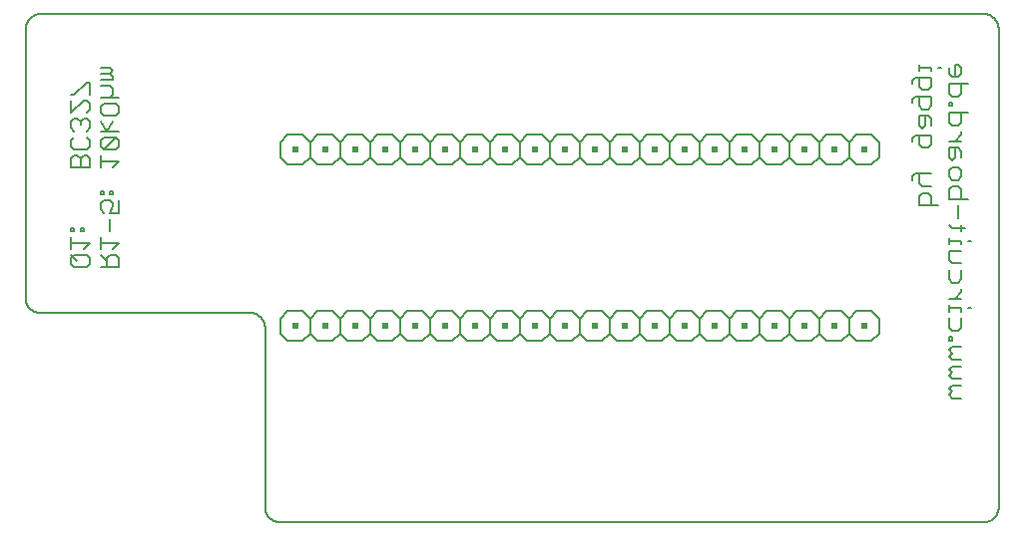
<source format=gbo>
G75*
%MOIN*%
%OFA0B0*%
%FSLAX25Y25*%
%IPPOS*%
%LPD*%
%AMOC8*
5,1,8,0,0,1.08239X$1,22.5*
%
%ADD10C,0.00796*%
%ADD11C,0.00500*%
%ADD12C,0.00600*%
%ADD13R,0.02000X0.02000*%
D10*
X0091300Y0006398D02*
X0091300Y0066398D01*
X0091298Y0066538D01*
X0091292Y0066678D01*
X0091282Y0066818D01*
X0091269Y0066958D01*
X0091251Y0067097D01*
X0091229Y0067236D01*
X0091204Y0067373D01*
X0091175Y0067511D01*
X0091142Y0067647D01*
X0091105Y0067782D01*
X0091064Y0067916D01*
X0091019Y0068049D01*
X0090971Y0068181D01*
X0090919Y0068311D01*
X0090864Y0068440D01*
X0090805Y0068567D01*
X0090742Y0068693D01*
X0090676Y0068817D01*
X0090607Y0068938D01*
X0090534Y0069058D01*
X0090457Y0069176D01*
X0090378Y0069291D01*
X0090295Y0069405D01*
X0090209Y0069515D01*
X0090120Y0069624D01*
X0090028Y0069730D01*
X0089933Y0069833D01*
X0089836Y0069934D01*
X0089735Y0070031D01*
X0089632Y0070126D01*
X0089526Y0070218D01*
X0089417Y0070307D01*
X0089307Y0070393D01*
X0089193Y0070476D01*
X0089078Y0070555D01*
X0088960Y0070632D01*
X0088840Y0070705D01*
X0088719Y0070774D01*
X0088595Y0070840D01*
X0088469Y0070903D01*
X0088342Y0070962D01*
X0088213Y0071017D01*
X0088083Y0071069D01*
X0087951Y0071117D01*
X0087818Y0071162D01*
X0087684Y0071203D01*
X0087549Y0071240D01*
X0087413Y0071273D01*
X0087275Y0071302D01*
X0087138Y0071327D01*
X0086999Y0071349D01*
X0086860Y0071367D01*
X0086720Y0071380D01*
X0086580Y0071390D01*
X0086440Y0071396D01*
X0086300Y0071398D01*
X0016300Y0071398D01*
X0016160Y0071400D01*
X0016020Y0071406D01*
X0015880Y0071416D01*
X0015740Y0071429D01*
X0015601Y0071447D01*
X0015462Y0071469D01*
X0015325Y0071494D01*
X0015187Y0071523D01*
X0015051Y0071556D01*
X0014916Y0071593D01*
X0014782Y0071634D01*
X0014649Y0071679D01*
X0014517Y0071727D01*
X0014387Y0071779D01*
X0014258Y0071834D01*
X0014131Y0071893D01*
X0014005Y0071956D01*
X0013881Y0072022D01*
X0013760Y0072091D01*
X0013640Y0072164D01*
X0013522Y0072241D01*
X0013407Y0072320D01*
X0013293Y0072403D01*
X0013183Y0072489D01*
X0013074Y0072578D01*
X0012968Y0072670D01*
X0012865Y0072765D01*
X0012764Y0072862D01*
X0012667Y0072963D01*
X0012572Y0073066D01*
X0012480Y0073172D01*
X0012391Y0073281D01*
X0012305Y0073391D01*
X0012222Y0073505D01*
X0012143Y0073620D01*
X0012066Y0073738D01*
X0011993Y0073858D01*
X0011924Y0073979D01*
X0011858Y0074103D01*
X0011795Y0074229D01*
X0011736Y0074356D01*
X0011681Y0074485D01*
X0011629Y0074615D01*
X0011581Y0074747D01*
X0011536Y0074880D01*
X0011495Y0075014D01*
X0011458Y0075149D01*
X0011425Y0075285D01*
X0011396Y0075423D01*
X0011371Y0075560D01*
X0011349Y0075699D01*
X0011331Y0075838D01*
X0011318Y0075978D01*
X0011308Y0076118D01*
X0011302Y0076258D01*
X0011300Y0076398D01*
X0011300Y0166398D01*
X0011302Y0166538D01*
X0011308Y0166678D01*
X0011318Y0166818D01*
X0011331Y0166958D01*
X0011349Y0167097D01*
X0011371Y0167236D01*
X0011396Y0167373D01*
X0011425Y0167511D01*
X0011458Y0167647D01*
X0011495Y0167782D01*
X0011536Y0167916D01*
X0011581Y0168049D01*
X0011629Y0168181D01*
X0011681Y0168311D01*
X0011736Y0168440D01*
X0011795Y0168567D01*
X0011858Y0168693D01*
X0011924Y0168817D01*
X0011993Y0168938D01*
X0012066Y0169058D01*
X0012143Y0169176D01*
X0012222Y0169291D01*
X0012305Y0169405D01*
X0012391Y0169515D01*
X0012480Y0169624D01*
X0012572Y0169730D01*
X0012667Y0169833D01*
X0012764Y0169934D01*
X0012865Y0170031D01*
X0012968Y0170126D01*
X0013074Y0170218D01*
X0013183Y0170307D01*
X0013293Y0170393D01*
X0013407Y0170476D01*
X0013522Y0170555D01*
X0013640Y0170632D01*
X0013760Y0170705D01*
X0013881Y0170774D01*
X0014005Y0170840D01*
X0014131Y0170903D01*
X0014258Y0170962D01*
X0014387Y0171017D01*
X0014517Y0171069D01*
X0014649Y0171117D01*
X0014782Y0171162D01*
X0014916Y0171203D01*
X0015051Y0171240D01*
X0015187Y0171273D01*
X0015325Y0171302D01*
X0015462Y0171327D01*
X0015601Y0171349D01*
X0015740Y0171367D01*
X0015880Y0171380D01*
X0016020Y0171390D01*
X0016160Y0171396D01*
X0016300Y0171398D01*
X0331300Y0171398D01*
X0331440Y0171396D01*
X0331580Y0171390D01*
X0331720Y0171380D01*
X0331860Y0171367D01*
X0331999Y0171349D01*
X0332138Y0171327D01*
X0332275Y0171302D01*
X0332413Y0171273D01*
X0332549Y0171240D01*
X0332684Y0171203D01*
X0332818Y0171162D01*
X0332951Y0171117D01*
X0333083Y0171069D01*
X0333213Y0171017D01*
X0333342Y0170962D01*
X0333469Y0170903D01*
X0333595Y0170840D01*
X0333719Y0170774D01*
X0333840Y0170705D01*
X0333960Y0170632D01*
X0334078Y0170555D01*
X0334193Y0170476D01*
X0334307Y0170393D01*
X0334417Y0170307D01*
X0334526Y0170218D01*
X0334632Y0170126D01*
X0334735Y0170031D01*
X0334836Y0169934D01*
X0334933Y0169833D01*
X0335028Y0169730D01*
X0335120Y0169624D01*
X0335209Y0169515D01*
X0335295Y0169405D01*
X0335378Y0169291D01*
X0335457Y0169176D01*
X0335534Y0169058D01*
X0335607Y0168938D01*
X0335676Y0168817D01*
X0335742Y0168693D01*
X0335805Y0168567D01*
X0335864Y0168440D01*
X0335919Y0168311D01*
X0335971Y0168181D01*
X0336019Y0168049D01*
X0336064Y0167916D01*
X0336105Y0167782D01*
X0336142Y0167647D01*
X0336175Y0167511D01*
X0336204Y0167373D01*
X0336229Y0167236D01*
X0336251Y0167097D01*
X0336269Y0166958D01*
X0336282Y0166818D01*
X0336292Y0166678D01*
X0336298Y0166538D01*
X0336300Y0166398D01*
X0336300Y0006398D01*
X0336298Y0006258D01*
X0336292Y0006118D01*
X0336282Y0005978D01*
X0336269Y0005838D01*
X0336251Y0005699D01*
X0336229Y0005560D01*
X0336204Y0005423D01*
X0336175Y0005285D01*
X0336142Y0005149D01*
X0336105Y0005014D01*
X0336064Y0004880D01*
X0336019Y0004747D01*
X0335971Y0004615D01*
X0335919Y0004485D01*
X0335864Y0004356D01*
X0335805Y0004229D01*
X0335742Y0004103D01*
X0335676Y0003979D01*
X0335607Y0003858D01*
X0335534Y0003738D01*
X0335457Y0003620D01*
X0335378Y0003505D01*
X0335295Y0003391D01*
X0335209Y0003281D01*
X0335120Y0003172D01*
X0335028Y0003066D01*
X0334933Y0002963D01*
X0334836Y0002862D01*
X0334735Y0002765D01*
X0334632Y0002670D01*
X0334526Y0002578D01*
X0334417Y0002489D01*
X0334307Y0002403D01*
X0334193Y0002320D01*
X0334078Y0002241D01*
X0333960Y0002164D01*
X0333840Y0002091D01*
X0333719Y0002022D01*
X0333595Y0001956D01*
X0333469Y0001893D01*
X0333342Y0001834D01*
X0333213Y0001779D01*
X0333083Y0001727D01*
X0332951Y0001679D01*
X0332818Y0001634D01*
X0332684Y0001593D01*
X0332549Y0001556D01*
X0332413Y0001523D01*
X0332275Y0001494D01*
X0332138Y0001469D01*
X0331999Y0001447D01*
X0331860Y0001429D01*
X0331720Y0001416D01*
X0331580Y0001406D01*
X0331440Y0001400D01*
X0331300Y0001398D01*
X0096300Y0001398D01*
X0096160Y0001400D01*
X0096020Y0001406D01*
X0095880Y0001416D01*
X0095740Y0001429D01*
X0095601Y0001447D01*
X0095462Y0001469D01*
X0095325Y0001494D01*
X0095187Y0001523D01*
X0095051Y0001556D01*
X0094916Y0001593D01*
X0094782Y0001634D01*
X0094649Y0001679D01*
X0094517Y0001727D01*
X0094387Y0001779D01*
X0094258Y0001834D01*
X0094131Y0001893D01*
X0094005Y0001956D01*
X0093881Y0002022D01*
X0093760Y0002091D01*
X0093640Y0002164D01*
X0093522Y0002241D01*
X0093407Y0002320D01*
X0093293Y0002403D01*
X0093183Y0002489D01*
X0093074Y0002578D01*
X0092968Y0002670D01*
X0092865Y0002765D01*
X0092764Y0002862D01*
X0092667Y0002963D01*
X0092572Y0003066D01*
X0092480Y0003172D01*
X0092391Y0003281D01*
X0092305Y0003391D01*
X0092222Y0003505D01*
X0092143Y0003620D01*
X0092066Y0003738D01*
X0091993Y0003858D01*
X0091924Y0003979D01*
X0091858Y0004103D01*
X0091795Y0004229D01*
X0091736Y0004356D01*
X0091681Y0004485D01*
X0091629Y0004615D01*
X0091581Y0004747D01*
X0091536Y0004880D01*
X0091495Y0005014D01*
X0091458Y0005149D01*
X0091425Y0005285D01*
X0091396Y0005423D01*
X0091371Y0005560D01*
X0091349Y0005699D01*
X0091331Y0005838D01*
X0091318Y0005978D01*
X0091308Y0006118D01*
X0091302Y0006258D01*
X0091300Y0006398D01*
D11*
X0042555Y0086648D02*
X0036450Y0086648D01*
X0038485Y0086648D02*
X0038485Y0089701D01*
X0039503Y0090718D01*
X0041538Y0090718D01*
X0042555Y0089701D01*
X0042555Y0086648D01*
X0038485Y0088683D02*
X0036450Y0090718D01*
X0036450Y0092725D02*
X0036450Y0096796D01*
X0039503Y0098803D02*
X0039503Y0102873D01*
X0039503Y0104880D02*
X0040520Y0106915D01*
X0040520Y0107932D01*
X0039503Y0108950D01*
X0037468Y0108950D01*
X0036450Y0107932D01*
X0036450Y0105897D01*
X0037468Y0104880D01*
X0039503Y0104880D02*
X0042555Y0104880D01*
X0042555Y0108950D01*
X0040520Y0110957D02*
X0039503Y0110957D01*
X0039503Y0111975D01*
X0040520Y0111975D01*
X0040520Y0110957D01*
X0037468Y0110957D02*
X0036450Y0110957D01*
X0036450Y0111975D01*
X0037468Y0111975D01*
X0037468Y0110957D01*
X0036450Y0120073D02*
X0036450Y0124143D01*
X0036450Y0122108D02*
X0042555Y0122108D01*
X0040520Y0120073D01*
X0032655Y0120073D02*
X0032655Y0123125D01*
X0031638Y0124143D01*
X0030620Y0124143D01*
X0029603Y0123125D01*
X0029603Y0120073D01*
X0032655Y0120073D02*
X0026550Y0120073D01*
X0026550Y0123125D01*
X0027568Y0124143D01*
X0028585Y0124143D01*
X0029603Y0123125D01*
X0031638Y0126150D02*
X0027568Y0126150D01*
X0026550Y0127167D01*
X0026550Y0129203D01*
X0027568Y0130220D01*
X0027568Y0132227D02*
X0026550Y0133245D01*
X0026550Y0135280D01*
X0027568Y0136297D01*
X0028585Y0136297D01*
X0029603Y0135280D01*
X0029603Y0134262D01*
X0029603Y0135280D02*
X0030620Y0136297D01*
X0031638Y0136297D01*
X0032655Y0135280D01*
X0032655Y0133245D01*
X0031638Y0132227D01*
X0031638Y0130220D02*
X0032655Y0129203D01*
X0032655Y0127167D01*
X0031638Y0126150D01*
X0036450Y0127167D02*
X0036450Y0129203D01*
X0037468Y0130220D01*
X0041538Y0130220D01*
X0037468Y0126150D01*
X0036450Y0127167D01*
X0037468Y0126150D02*
X0041538Y0126150D01*
X0042555Y0127167D01*
X0042555Y0129203D01*
X0041538Y0130220D01*
X0042555Y0132227D02*
X0036450Y0132227D01*
X0038485Y0132227D02*
X0040520Y0135280D01*
X0041538Y0137291D02*
X0037468Y0137291D01*
X0036450Y0138309D01*
X0036450Y0140344D01*
X0037468Y0141362D01*
X0041538Y0141362D01*
X0042555Y0140344D01*
X0042555Y0138309D01*
X0041538Y0137291D01*
X0036450Y0135280D02*
X0038485Y0132227D01*
X0031638Y0138304D02*
X0032655Y0139322D01*
X0032655Y0141357D01*
X0031638Y0142374D01*
X0030620Y0142374D01*
X0026550Y0138304D01*
X0026550Y0142374D01*
X0026550Y0144382D02*
X0027568Y0144382D01*
X0031638Y0148452D01*
X0032655Y0148452D01*
X0032655Y0144382D01*
X0036450Y0143369D02*
X0042555Y0143369D01*
X0040520Y0144386D02*
X0040520Y0146421D01*
X0039503Y0147439D01*
X0036450Y0147439D01*
X0036450Y0149446D02*
X0040520Y0149446D01*
X0040520Y0150463D01*
X0039503Y0151481D01*
X0040520Y0152498D01*
X0039503Y0153516D01*
X0036450Y0153516D01*
X0036450Y0151481D02*
X0039503Y0151481D01*
X0040520Y0144386D02*
X0039503Y0143369D01*
X0030620Y0099820D02*
X0029603Y0099820D01*
X0029603Y0098803D01*
X0030620Y0098803D01*
X0030620Y0099820D01*
X0027568Y0099820D02*
X0026550Y0099820D01*
X0026550Y0098803D01*
X0027568Y0098803D01*
X0027568Y0099820D01*
X0026550Y0096796D02*
X0026550Y0092725D01*
X0026550Y0090718D02*
X0028585Y0088683D01*
X0026550Y0087666D02*
X0027568Y0086648D01*
X0031638Y0086648D01*
X0032655Y0087666D01*
X0032655Y0089701D01*
X0031638Y0090718D01*
X0027568Y0090718D01*
X0026550Y0089701D01*
X0026550Y0087666D01*
X0030620Y0092725D02*
X0032655Y0094760D01*
X0026550Y0094760D01*
X0036450Y0094760D02*
X0042555Y0094760D01*
X0040520Y0092725D01*
D12*
X0096300Y0069398D02*
X0096300Y0064398D01*
X0098800Y0061898D01*
X0103800Y0061898D01*
X0106300Y0064398D01*
X0108800Y0061898D01*
X0113800Y0061898D01*
X0116300Y0064398D01*
X0116300Y0069398D01*
X0113800Y0071898D01*
X0108800Y0071898D01*
X0106300Y0069398D01*
X0106300Y0064398D01*
X0106300Y0069398D02*
X0103800Y0071898D01*
X0098800Y0071898D01*
X0096300Y0069398D01*
X0116300Y0069398D02*
X0118800Y0071898D01*
X0123800Y0071898D01*
X0126300Y0069398D01*
X0128800Y0071898D01*
X0133800Y0071898D01*
X0136300Y0069398D01*
X0138800Y0071898D01*
X0143800Y0071898D01*
X0146300Y0069398D01*
X0146300Y0064398D01*
X0143800Y0061898D01*
X0138800Y0061898D01*
X0136300Y0064398D01*
X0133800Y0061898D01*
X0128800Y0061898D01*
X0126300Y0064398D01*
X0123800Y0061898D01*
X0118800Y0061898D01*
X0116300Y0064398D01*
X0126300Y0064398D02*
X0126300Y0069398D01*
X0136300Y0069398D02*
X0136300Y0064398D01*
X0146300Y0064398D02*
X0148800Y0061898D01*
X0153800Y0061898D01*
X0156300Y0064398D01*
X0158800Y0061898D01*
X0163800Y0061898D01*
X0166300Y0064398D01*
X0168800Y0061898D01*
X0173800Y0061898D01*
X0176300Y0064398D01*
X0176300Y0069398D01*
X0173800Y0071898D01*
X0168800Y0071898D01*
X0166300Y0069398D01*
X0166300Y0064398D01*
X0166300Y0069398D02*
X0163800Y0071898D01*
X0158800Y0071898D01*
X0156300Y0069398D01*
X0156300Y0064398D01*
X0156300Y0069398D02*
X0153800Y0071898D01*
X0148800Y0071898D01*
X0146300Y0069398D01*
X0176300Y0069398D02*
X0178800Y0071898D01*
X0183800Y0071898D01*
X0186300Y0069398D01*
X0188800Y0071898D01*
X0193800Y0071898D01*
X0196300Y0069398D01*
X0198800Y0071898D01*
X0203800Y0071898D01*
X0206300Y0069398D01*
X0206300Y0064398D01*
X0203800Y0061898D01*
X0198800Y0061898D01*
X0196300Y0064398D01*
X0193800Y0061898D01*
X0188800Y0061898D01*
X0186300Y0064398D01*
X0183800Y0061898D01*
X0178800Y0061898D01*
X0176300Y0064398D01*
X0186300Y0064398D02*
X0186300Y0069398D01*
X0196300Y0069398D02*
X0196300Y0064398D01*
X0206300Y0064398D02*
X0208800Y0061898D01*
X0213800Y0061898D01*
X0216300Y0064398D01*
X0218800Y0061898D01*
X0223800Y0061898D01*
X0226300Y0064398D01*
X0228800Y0061898D01*
X0233800Y0061898D01*
X0236300Y0064398D01*
X0236300Y0069398D01*
X0233800Y0071898D01*
X0228800Y0071898D01*
X0226300Y0069398D01*
X0226300Y0064398D01*
X0236300Y0064398D02*
X0238800Y0061898D01*
X0243800Y0061898D01*
X0246300Y0064398D01*
X0248800Y0061898D01*
X0253800Y0061898D01*
X0256300Y0064398D01*
X0258800Y0061898D01*
X0263800Y0061898D01*
X0266300Y0064398D01*
X0266300Y0069398D01*
X0263800Y0071898D01*
X0258800Y0071898D01*
X0256300Y0069398D01*
X0256300Y0064398D01*
X0256300Y0069398D02*
X0253800Y0071898D01*
X0248800Y0071898D01*
X0246300Y0069398D01*
X0246300Y0064398D01*
X0246300Y0069398D02*
X0243800Y0071898D01*
X0238800Y0071898D01*
X0236300Y0069398D01*
X0226300Y0069398D02*
X0223800Y0071898D01*
X0218800Y0071898D01*
X0216300Y0069398D01*
X0216300Y0064398D01*
X0216300Y0069398D02*
X0213800Y0071898D01*
X0208800Y0071898D01*
X0206300Y0069398D01*
X0266300Y0069398D02*
X0268800Y0071898D01*
X0273800Y0071898D01*
X0276300Y0069398D01*
X0278800Y0071898D01*
X0283800Y0071898D01*
X0286300Y0069398D01*
X0288800Y0071898D01*
X0293800Y0071898D01*
X0296300Y0069398D01*
X0296300Y0064398D01*
X0293800Y0061898D01*
X0288800Y0061898D01*
X0286300Y0064398D01*
X0283800Y0061898D01*
X0278800Y0061898D01*
X0276300Y0064398D01*
X0273800Y0061898D01*
X0268800Y0061898D01*
X0266300Y0064398D01*
X0276300Y0064398D02*
X0276300Y0069398D01*
X0286300Y0069398D02*
X0286300Y0064398D01*
X0319600Y0063232D02*
X0319600Y0062164D01*
X0320668Y0062164D01*
X0320668Y0063232D01*
X0319600Y0063232D01*
X0320668Y0065387D02*
X0319600Y0066454D01*
X0319600Y0069657D01*
X0319600Y0071832D02*
X0319600Y0073967D01*
X0319600Y0072900D02*
X0323870Y0072900D01*
X0323870Y0071832D01*
X0323870Y0069657D02*
X0323870Y0066454D01*
X0322803Y0065387D01*
X0320668Y0065387D01*
X0320668Y0059989D02*
X0323870Y0059989D01*
X0320668Y0059989D02*
X0319600Y0058921D01*
X0320668Y0057854D01*
X0319600Y0056786D01*
X0320668Y0055719D01*
X0323870Y0055719D01*
X0323870Y0053543D02*
X0320668Y0053543D01*
X0319600Y0052476D01*
X0320668Y0051408D01*
X0319600Y0050341D01*
X0320668Y0049273D01*
X0323870Y0049273D01*
X0323870Y0047098D02*
X0320668Y0047098D01*
X0319600Y0046030D01*
X0320668Y0044963D01*
X0319600Y0043895D01*
X0320668Y0042828D01*
X0323870Y0042828D01*
X0326005Y0072900D02*
X0327073Y0072900D01*
X0323870Y0076129D02*
X0319600Y0076129D01*
X0321735Y0076129D02*
X0323870Y0078264D01*
X0323870Y0079332D01*
X0322803Y0081501D02*
X0320668Y0081501D01*
X0319600Y0082568D01*
X0319600Y0085771D01*
X0320668Y0087946D02*
X0319600Y0089014D01*
X0319600Y0092216D01*
X0323870Y0092216D01*
X0323870Y0094392D02*
X0323870Y0095459D01*
X0319600Y0095459D01*
X0319600Y0094392D02*
X0319600Y0096527D01*
X0320668Y0099756D02*
X0319600Y0100824D01*
X0320668Y0099756D02*
X0324938Y0099756D01*
X0323870Y0098689D02*
X0323870Y0100824D01*
X0322803Y0102986D02*
X0322803Y0107256D01*
X0323870Y0109431D02*
X0323870Y0112634D01*
X0322803Y0113701D01*
X0320668Y0113701D01*
X0319600Y0112634D01*
X0319600Y0109431D01*
X0326005Y0109431D01*
X0316005Y0107283D02*
X0309600Y0107283D01*
X0309600Y0110485D01*
X0310668Y0111553D01*
X0312803Y0111553D01*
X0313870Y0110485D01*
X0313870Y0107283D01*
X0313870Y0113728D02*
X0310668Y0113728D01*
X0309600Y0114796D01*
X0309600Y0117998D01*
X0308532Y0117998D02*
X0307465Y0116931D01*
X0307465Y0115863D01*
X0308532Y0117998D02*
X0313870Y0117998D01*
X0319600Y0116944D02*
X0320668Y0115877D01*
X0322803Y0115877D01*
X0323870Y0116944D01*
X0323870Y0119079D01*
X0322803Y0120147D01*
X0320668Y0120147D01*
X0319600Y0119079D01*
X0319600Y0116944D01*
X0320668Y0122322D02*
X0321735Y0123390D01*
X0321735Y0126592D01*
X0322803Y0126592D02*
X0319600Y0126592D01*
X0319600Y0123390D01*
X0320668Y0122322D01*
X0323870Y0123390D02*
X0323870Y0125525D01*
X0322803Y0126592D01*
X0323870Y0128768D02*
X0319600Y0128768D01*
X0321735Y0128768D02*
X0323870Y0130903D01*
X0323870Y0131970D01*
X0322803Y0134139D02*
X0320668Y0134139D01*
X0319600Y0135206D01*
X0319600Y0138409D01*
X0326005Y0138409D01*
X0323870Y0138409D02*
X0323870Y0135206D01*
X0322803Y0134139D01*
X0313870Y0134132D02*
X0313870Y0136267D01*
X0312803Y0137335D01*
X0309600Y0137335D01*
X0309600Y0134132D01*
X0310668Y0133065D01*
X0311735Y0134132D01*
X0311735Y0137335D01*
X0310668Y0139510D02*
X0309600Y0140578D01*
X0309600Y0143780D01*
X0308532Y0143780D02*
X0313870Y0143780D01*
X0313870Y0140578D01*
X0312803Y0139510D01*
X0310668Y0139510D01*
X0307465Y0141645D02*
X0307465Y0142713D01*
X0308532Y0143780D01*
X0310668Y0145956D02*
X0309600Y0147023D01*
X0309600Y0150226D01*
X0308532Y0150226D02*
X0313870Y0150226D01*
X0313870Y0147023D01*
X0312803Y0145956D01*
X0310668Y0145956D01*
X0307465Y0148091D02*
X0307465Y0149158D01*
X0308532Y0150226D01*
X0309600Y0152401D02*
X0309600Y0154536D01*
X0309600Y0153469D02*
X0313870Y0153469D01*
X0313870Y0152401D01*
X0316005Y0153469D02*
X0317073Y0153469D01*
X0319600Y0153455D02*
X0319600Y0151320D01*
X0320668Y0150253D01*
X0322803Y0150253D01*
X0323870Y0151320D01*
X0323870Y0153455D01*
X0322803Y0154523D01*
X0321735Y0154523D01*
X0321735Y0150253D01*
X0319600Y0148077D02*
X0319600Y0144875D01*
X0320668Y0143807D01*
X0322803Y0143807D01*
X0323870Y0144875D01*
X0323870Y0148077D01*
X0326005Y0148077D02*
X0319600Y0148077D01*
X0319600Y0141652D02*
X0319600Y0140584D01*
X0320668Y0140584D01*
X0320668Y0141652D01*
X0319600Y0141652D01*
X0313870Y0130889D02*
X0308532Y0130889D01*
X0307465Y0129822D01*
X0307465Y0128754D01*
X0309600Y0127687D02*
X0309600Y0130889D01*
X0313870Y0130889D02*
X0313870Y0127687D01*
X0312803Y0126619D01*
X0310668Y0126619D01*
X0309600Y0127687D01*
X0296300Y0128398D02*
X0296300Y0123398D01*
X0293800Y0120898D01*
X0288800Y0120898D01*
X0286300Y0123398D01*
X0283800Y0120898D01*
X0278800Y0120898D01*
X0276300Y0123398D01*
X0273800Y0120898D01*
X0268800Y0120898D01*
X0266300Y0123398D01*
X0263800Y0120898D01*
X0258800Y0120898D01*
X0256300Y0123398D01*
X0253800Y0120898D01*
X0248800Y0120898D01*
X0246300Y0123398D01*
X0243800Y0120898D01*
X0238800Y0120898D01*
X0236300Y0123398D01*
X0233800Y0120898D01*
X0228800Y0120898D01*
X0226300Y0123398D01*
X0223800Y0120898D01*
X0218800Y0120898D01*
X0216300Y0123398D01*
X0213800Y0120898D01*
X0208800Y0120898D01*
X0206300Y0123398D01*
X0203800Y0120898D01*
X0198800Y0120898D01*
X0196300Y0123398D01*
X0193800Y0120898D01*
X0188800Y0120898D01*
X0186300Y0123398D01*
X0183800Y0120898D01*
X0178800Y0120898D01*
X0176300Y0123398D01*
X0173800Y0120898D01*
X0168800Y0120898D01*
X0166300Y0123398D01*
X0163800Y0120898D01*
X0158800Y0120898D01*
X0156300Y0123398D01*
X0153800Y0120898D01*
X0148800Y0120898D01*
X0146300Y0123398D01*
X0143800Y0120898D01*
X0138800Y0120898D01*
X0136300Y0123398D01*
X0133800Y0120898D01*
X0128800Y0120898D01*
X0126300Y0123398D01*
X0123800Y0120898D01*
X0118800Y0120898D01*
X0116300Y0123398D01*
X0113800Y0120898D01*
X0108800Y0120898D01*
X0106300Y0123398D01*
X0103800Y0120898D01*
X0098800Y0120898D01*
X0096300Y0123398D01*
X0096300Y0128398D01*
X0098800Y0130898D01*
X0103800Y0130898D01*
X0106300Y0128398D01*
X0108800Y0130898D01*
X0113800Y0130898D01*
X0116300Y0128398D01*
X0116300Y0123398D01*
X0116300Y0128398D02*
X0118800Y0130898D01*
X0123800Y0130898D01*
X0126300Y0128398D01*
X0128800Y0130898D01*
X0133800Y0130898D01*
X0136300Y0128398D01*
X0138800Y0130898D01*
X0143800Y0130898D01*
X0146300Y0128398D01*
X0146300Y0123398D01*
X0146300Y0128398D02*
X0148800Y0130898D01*
X0153800Y0130898D01*
X0156300Y0128398D01*
X0158800Y0130898D01*
X0163800Y0130898D01*
X0166300Y0128398D01*
X0168800Y0130898D01*
X0173800Y0130898D01*
X0176300Y0128398D01*
X0176300Y0123398D01*
X0176300Y0128398D02*
X0178800Y0130898D01*
X0183800Y0130898D01*
X0186300Y0128398D01*
X0188800Y0130898D01*
X0193800Y0130898D01*
X0196300Y0128398D01*
X0198800Y0130898D01*
X0203800Y0130898D01*
X0206300Y0128398D01*
X0206300Y0123398D01*
X0206300Y0128398D02*
X0208800Y0130898D01*
X0213800Y0130898D01*
X0216300Y0128398D01*
X0218800Y0130898D01*
X0223800Y0130898D01*
X0226300Y0128398D01*
X0228800Y0130898D01*
X0233800Y0130898D01*
X0236300Y0128398D01*
X0236300Y0123398D01*
X0226300Y0123398D02*
X0226300Y0128398D01*
X0236300Y0128398D02*
X0238800Y0130898D01*
X0243800Y0130898D01*
X0246300Y0128398D01*
X0248800Y0130898D01*
X0253800Y0130898D01*
X0256300Y0128398D01*
X0258800Y0130898D01*
X0263800Y0130898D01*
X0266300Y0128398D01*
X0266300Y0123398D01*
X0266300Y0128398D02*
X0268800Y0130898D01*
X0273800Y0130898D01*
X0276300Y0128398D01*
X0278800Y0130898D01*
X0283800Y0130898D01*
X0286300Y0128398D01*
X0288800Y0130898D01*
X0293800Y0130898D01*
X0296300Y0128398D01*
X0286300Y0128398D02*
X0286300Y0123398D01*
X0276300Y0123398D02*
X0276300Y0128398D01*
X0256300Y0128398D02*
X0256300Y0123398D01*
X0246300Y0123398D02*
X0246300Y0128398D01*
X0216300Y0128398D02*
X0216300Y0123398D01*
X0196300Y0123398D02*
X0196300Y0128398D01*
X0186300Y0128398D02*
X0186300Y0123398D01*
X0166300Y0123398D02*
X0166300Y0128398D01*
X0156300Y0128398D02*
X0156300Y0123398D01*
X0136300Y0123398D02*
X0136300Y0128398D01*
X0126300Y0128398D02*
X0126300Y0123398D01*
X0106300Y0123398D02*
X0106300Y0128398D01*
X0320668Y0087946D02*
X0323870Y0087946D01*
X0323870Y0085771D02*
X0323870Y0082568D01*
X0322803Y0081501D01*
X0326005Y0095459D02*
X0327073Y0095459D01*
D13*
X0291300Y0066898D03*
X0281300Y0066898D03*
X0271300Y0066898D03*
X0261300Y0066898D03*
X0251300Y0066898D03*
X0241300Y0066898D03*
X0231300Y0066898D03*
X0221300Y0066898D03*
X0211300Y0066898D03*
X0201300Y0066898D03*
X0191300Y0066898D03*
X0181300Y0066898D03*
X0171300Y0066898D03*
X0161300Y0066898D03*
X0151300Y0066898D03*
X0141300Y0066898D03*
X0131300Y0066898D03*
X0121300Y0066898D03*
X0111300Y0066898D03*
X0101300Y0066898D03*
X0101300Y0125898D03*
X0111300Y0125898D03*
X0121300Y0125898D03*
X0131300Y0125898D03*
X0141300Y0125898D03*
X0151300Y0125898D03*
X0161300Y0125898D03*
X0171300Y0125898D03*
X0181300Y0125898D03*
X0191300Y0125898D03*
X0201300Y0125898D03*
X0211300Y0125898D03*
X0221300Y0125898D03*
X0231300Y0125898D03*
X0241300Y0125898D03*
X0251300Y0125898D03*
X0261300Y0125898D03*
X0271300Y0125898D03*
X0281300Y0125898D03*
X0291300Y0125898D03*
M02*

</source>
